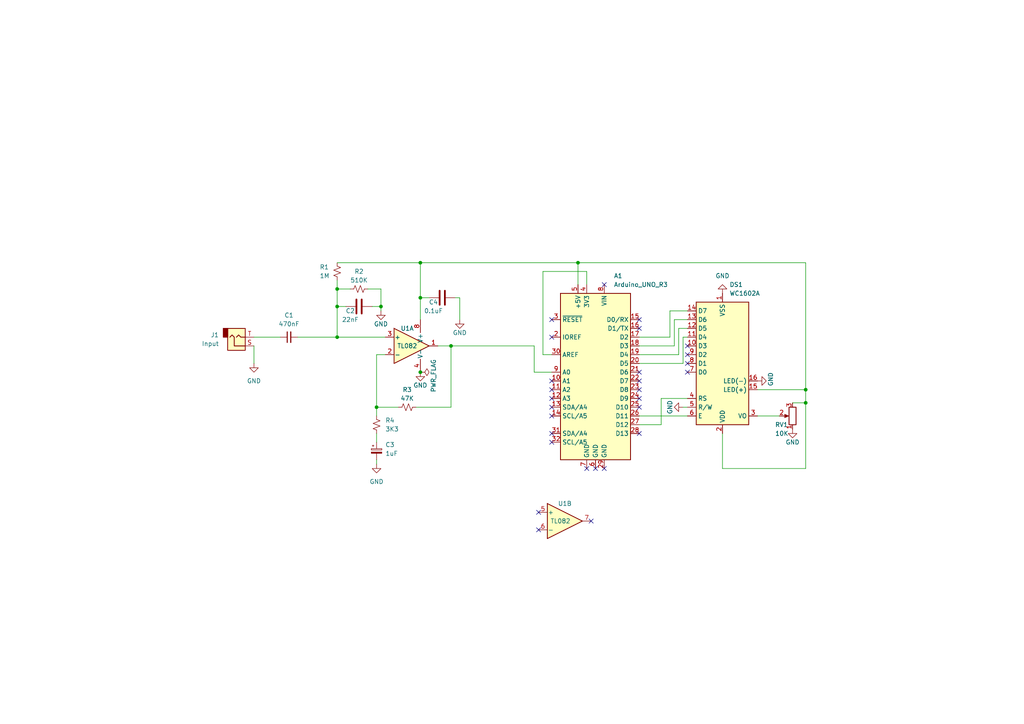
<source format=kicad_sch>
(kicad_sch (version 20211123) (generator eeschema)
  (paper "A4")
  (title_block (title "Finus") (date "2022-12-08") (rev "1") (company "Beseta") (comment 1 "Designed by Emilio Bernal") (comment 2 "Arduino Version"))
  (lib_symbols
    (symbol "Amplifier_Operational:TL082" (pin_names (offset 0.127))
      (property "Reference" "U" (at 0 5.08 0))
      (property "Value" "TL082" (at 0 -5.08 0))
      (property "Spice_Primitive" "X" (at 0 5.08 0))
      (property "Spice_Model" "TL082" (at 0 5.08 0))
      (property "Spice_Netlist_Enabled" "Y" (at 0 5.08 0))
      (property "Spice_Lib_File" "/Users/ebernal/Documents/KiCad Models/TL082.301" (at 0 5.08 0))
      (symbol "TL082_1_1"
        (polyline (pts (xy -5.08 5.08) (xy 5.08 0) (xy -5.08 -5.08) (xy -5.08 5.08)) (stroke (width 0.254)) (fill (type background)))
        (pin output line (at 7.62 0 180) (length 2.54) (name "~") (number "1"))
        (pin input line (at -7.62 -2.54 0) (length 2.54) (name "-") (number "2"))
        (pin input line (at -7.62 2.54 0) (length 2.54) (name "+") (number "3"))
      )
      (symbol "TL082_2_1"
        (polyline (pts (xy -5.08 5.08) (xy 5.08 0) (xy -5.08 -5.08) (xy -5.08 5.08)) (stroke (width 0.254)) (fill (type background)))
        (pin input line (at -7.62 2.54 0) (length 2.54) (name "+") (number "5"))
        (pin input line (at -7.62 -2.54 0) (length 2.54) (name "-") (number "6"))
        (pin output line (at 7.62 0 180) (length 2.54) (name "~") (number "7"))
      )
      (symbol "TL082_3_1"
        (pin power_in line (at -2.54 -7.62 90) (length 3.81) (name "V-") (number "4"))
        (pin power_in line (at -2.54 7.62 270) (length 3.81) (name "V+") (number "8"))
      )
    )
    (symbol "Connector:AudioJack2"
      (property "Reference" "J" (at 0 8.89 0))
      (property "Value" "AudioJack2" (at 0 6.35 0))
      (symbol "AudioJack2_0_1"
        (rectangle (start -3.81 0) (end -2.54 -2.54) (stroke (width 0.254)) (fill (type outline)))
        (rectangle (start -2.54 3.81) (end 2.54 -2.54) (stroke (width 0.254)) (fill (type background)))
        (polyline (pts (xy 0 0) (xy 0.635 -0.635) (xy 1.27 0) (xy 2.54 0)) (stroke (width 0.254)))
        (polyline (pts (xy 2.54 2.54) (xy -0.635 2.54) (xy -0.635 0) (xy -1.27 -0.635) (xy -1.905 0)) (stroke (width 0.254)))
      )
      (symbol "AudioJack2_1_1"
        (pin passive line (at 5.08 2.54 180) (length 2.54) (name "~") (number "S"))
        (pin passive line (at 5.08 0 180) (length 2.54) (name "~") (number "T"))
      )
    )
    (symbol "Device:C" (pin_numbers hide) (pin_names (offset 0.254))
      (property "Reference" "C" (at 0.635 2.54 0))
      (property "Value" "C" (at 0.635 -2.54 0))
      (symbol "C_0_1"
        (polyline (pts (xy -2.032 -0.762) (xy 2.032 -0.762)) (stroke (width 0.508)))
        (polyline (pts (xy -2.032 0.762) (xy 2.032 0.762)) (stroke (width 0.508)))
      )
      (symbol "C_1_1"
        (pin passive line (at 0 3.81 270) (length 2.794) (name "~") (number "1"))
        (pin passive line (at 0 -3.81 90) (length 2.794) (name "~") (number "2"))
      )
    )
    (symbol "Device:C_Polarized_Small" (pin_numbers hide) (pin_names (offset 0.254) hide)
      (property "Reference" "C" (at 0.254 1.778 0))
      (property "Value" "C_Polarized_Small" (at 0.254 -2.032 0))
      (symbol "C_Polarized_Small_0_1"
        (rectangle (start -1.524 -0.3048) (end 1.524 -0.6858) (fill (type outline)))
        (rectangle (start -1.524 0.6858) (end 1.524 0.3048))
        (polyline (pts (xy -1.27 1.524) (xy -0.762 1.524)))
        (polyline (pts (xy -1.016 1.27) (xy -1.016 1.778)))
      )
      (symbol "C_Polarized_Small_1_1"
        (pin passive line (at 0 2.54 270) (length 1.8542) (name "~") (number "1"))
        (pin passive line (at 0 -2.54 90) (length 1.8542) (name "~") (number "2"))
      )
    )
    (symbol "Device:C_Small" (pin_numbers hide) (pin_names (offset 0.254) hide)
      (property "Reference" "C" (at 0.254 1.778 0))
      (property "Value" "C_Small" (at 0.254 -2.032 0))
      (symbol "C_Small_0_1"
        (polyline (pts (xy -1.524 -0.508) (xy 1.524 -0.508)) (stroke (width 0.3302)))
        (polyline (pts (xy -1.524 0.508) (xy 1.524 0.508)) (stroke (width 0.3048)))
      )
      (symbol "C_Small_1_1"
        (pin passive line (at 0 2.54 270) (length 2.032) (name "~") (number "1"))
        (pin passive line (at 0 -2.54 90) (length 2.032) (name "~") (number "2"))
      )
    )
    (symbol "Device:R_Potentiometer" (pin_names (offset 1.016) hide)
      (property "Reference" "RV" (at -4.445 0 90))
      (property "Value" "R_Potentiometer" (at -2.54 0 90))
      (symbol "R_Potentiometer_0_1"
        (polyline (pts (xy 2.54 0) (xy 1.524 0)))
        (polyline (pts (xy 1.143 0) (xy 2.286 0.508) (xy 2.286 -0.508) (xy 1.143 0)) (fill (type outline)))
        (rectangle (start 1.016 2.54) (end -1.016 -2.54) (stroke (width 0.254)))
      )
      (symbol "R_Potentiometer_1_1"
        (pin passive line (at 0 3.81 270) (length 1.27) (name "1") (number "1"))
        (pin passive line (at 3.81 0 180) (length 1.27) (name "2") (number "2"))
        (pin passive line (at 0 -3.81 90) (length 1.27) (name "3") (number "3"))
      )
    )
    (symbol "Device:R_Small_US" (pin_numbers hide) (pin_names (offset 0.254) hide)
      (property "Reference" "R" (at 0.762 0.508 0))
      (property "Value" "R_Small_US" (at 0.762 -1.016 0))
      (symbol "R_Small_US_1_1"
        (polyline (pts (xy 0 0) (xy 1.016 -0.381) (xy 0 -0.762) (xy -1.016 -1.143) (xy 0 -1.524)))
        (polyline (pts (xy 0 1.524) (xy 1.016 1.143) (xy 0 0.762) (xy -1.016 0.381) (xy 0 0)))
        (pin passive line (at 0 2.54 270) (length 1.016) (name "~") (number "1"))
        (pin passive line (at 0 -2.54 90) (length 1.016) (name "~") (number "2"))
      )
    )
    (symbol "Display_Character:WC1602A"
      (property "Reference" "DS" (at -5.842 19.05 0))
      (property "Value" "WC1602A" (at 5.334 19.05 0))
      (symbol "WC1602A_1_1"
        (rectangle (start -7.62 17.78) (end 7.62 -17.78) (stroke (width 0.254)) (fill (type background)))
        (pin power_in line (at 0 -20.32 90) (length 2.54) (name "VSS") (number "1"))
        (pin input line (at -10.16 -5.08 0) (length 2.54) (name "D3") (number "10"))
        (pin input line (at -10.16 -7.62 0) (length 2.54) (name "D4") (number "11"))
        (pin input line (at -10.16 -10.16 0) (length 2.54) (name "D5") (number "12"))
        (pin input line (at -10.16 -12.7 0) (length 2.54) (name "D6") (number "13"))
        (pin input line (at -10.16 -15.24 0) (length 2.54) (name "D7") (number "14"))
        (pin power_in line (at 10.16 7.62 180) (length 2.54) (name "LED(+)") (number "15"))
        (pin power_in line (at 10.16 5.08 180) (length 2.54) (name "LED(-)") (number "16"))
        (pin power_in line (at 0 20.32 270) (length 2.54) (name "VDD") (number "2"))
        (pin input line (at 10.16 15.24 180) (length 2.54) (name "VO") (number "3"))
        (pin input line (at -10.16 10.16 0) (length 2.54) (name "RS") (number "4"))
        (pin input line (at -10.16 12.7 0) (length 2.54) (name "R/W") (number "5"))
        (pin input line (at -10.16 15.24 0) (length 2.54) (name "E") (number "6"))
        (pin input line (at -10.16 2.54 0) (length 2.54) (name "D0") (number "7"))
        (pin input line (at -10.16 0 0) (length 2.54) (name "D1") (number "8"))
        (pin input line (at -10.16 -2.54 0) (length 2.54) (name "D2") (number "9"))
      )
    )
    (symbol "MCU_Module:Arduino_UNO_R3"
      (property "Reference" "A" (at -10.16 23.495 0))
      (property "Value" "Arduino_UNO_R3" (at 5.08 -26.67 0))
      (symbol "Arduino_UNO_R3_0_1"
        (rectangle (start -10.16 22.86) (end 10.16 -25.4) (stroke (width 0.254)) (fill (type background)))
      )
      (symbol "Arduino_UNO_R3_1_1"
        (pin no_connect line (at -10.16 -20.32 0) (length 2.54) hide (name "NC") (number "1"))
        (pin bidirectional line (at 12.7 -2.54 180) (length 2.54) (name "A1") (number "10"))
        (pin bidirectional line (at 12.7 -5.08 180) (length 2.54) (name "A2") (number "11"))
        (pin bidirectional line (at 12.7 -7.62 180) (length 2.54) (name "A3") (number "12"))
        (pin bidirectional line (at 12.7 -10.16 180) (length 2.54) (name "SDA/A4") (number "13"))
        (pin bidirectional line (at 12.7 -12.7 180) (length 2.54) (name "SCL/A5") (number "14"))
        (pin bidirectional line (at -12.7 15.24 0) (length 2.54) (name "D0/RX") (number "15"))
        (pin bidirectional line (at -12.7 12.7 0) (length 2.54) (name "D1/TX") (number "16"))
        (pin bidirectional line (at -12.7 10.16 0) (length 2.54) (name "D2") (number "17"))
        (pin bidirectional line (at -12.7 7.62 0) (length 2.54) (name "D3") (number "18"))
        (pin bidirectional line (at -12.7 5.08 0) (length 2.54) (name "D4") (number "19"))
        (pin output line (at 12.7 10.16 180) (length 2.54) (name "IOREF") (number "2"))
        (pin bidirectional line (at -12.7 2.54 0) (length 2.54) (name "D5") (number "20"))
        (pin bidirectional line (at -12.7 0 0) (length 2.54) (name "D6") (number "21"))
        (pin bidirectional line (at -12.7 -2.54 0) (length 2.54) (name "D7") (number "22"))
        (pin bidirectional line (at -12.7 -5.08 0) (length 2.54) (name "D8") (number "23"))
        (pin bidirectional line (at -12.7 -7.62 0) (length 2.54) (name "D9") (number "24"))
        (pin bidirectional line (at -12.7 -10.16 0) (length 2.54) (name "D10") (number "25"))
        (pin bidirectional line (at -12.7 -12.7 0) (length 2.54) (name "D11") (number "26"))
        (pin bidirectional line (at -12.7 -15.24 0) (length 2.54) (name "D12") (number "27"))
        (pin bidirectional line (at -12.7 -17.78 0) (length 2.54) (name "D13") (number "28"))
        (pin power_in line (at -2.54 -27.94 90) (length 2.54) (name "GND") (number "29"))
        (pin input line (at 12.7 15.24 180) (length 2.54) (name "~{RESET}") (number "3"))
        (pin input line (at 12.7 5.08 180) (length 2.54) (name "AREF") (number "30"))
        (pin bidirectional line (at 12.7 -17.78 180) (length 2.54) (name "SDA/A4") (number "31"))
        (pin bidirectional line (at 12.7 -20.32 180) (length 2.54) (name "SCL/A5") (number "32"))
        (pin power_out line (at 2.54 25.4 270) (length 2.54) (name "3V3") (number "4"))
        (pin power_out line (at 5.08 25.4 270) (length 2.54) (name "+5V") (number "5"))
        (pin power_in line (at 0 -27.94 90) (length 2.54) (name "GND") (number "6"))
        (pin power_in line (at 2.54 -27.94 90) (length 2.54) (name "GND") (number "7"))
        (pin power_in line (at -2.54 25.4 270) (length 2.54) (name "VIN") (number "8"))
        (pin bidirectional line (at 12.7 0 180) (length 2.54) (name "A0") (number "9"))
      )
    )
    (symbol "power:GND" (power) (pin_names (offset 0))
      (property "Value" "GND" (at 0 -3.81 0))
      (symbol "GND_0_1"
        (polyline (pts (xy 0 0) (xy 0 -1.27) (xy 1.27 -1.27) (xy 0 -2.54) (xy -1.27 -1.27) (xy 0 -1.27)))
      )
      (symbol "GND_1_1"
        (pin power_in line (at 0 0 270) (length 0) hide (name "GND") (number "1"))
      )
    )
    (symbol "power:PWR_FLAG" (power) (pin_numbers hide) (pin_names (offset 0) hide)
      (property "Value" "PWR_FLAG" (at 0 3.81 0))
      (symbol "PWR_FLAG_0_0"
        (pin power_out line (at 0 0 90) (length 0) (name "pwr") (number "1"))
      )
      (symbol "PWR_FLAG_0_1"
        (polyline (pts (xy 0 0) (xy 0 1.27) (xy -1.016 1.905) (xy 0 2.54) (xy 1.016 1.905) (xy 0 1.27)))
      )
    )
  )
  (junction (at 233.68 116.84))
  (junction (at 97.79 88.9))
  (junction (at 233.68 113.03))
  (junction (at 167.64 76.2))
  (junction (at 97.79 97.79))
  (junction (at 121.92 107.95))
  (junction (at 97.79 83.82))
  (junction (at 130.81 100.33))
  (junction (at 121.92 86.36))
  (junction (at 109.22 118.11))
  (junction (at 121.92 76.2))
  (junction (at 110.49 88.9))
  (no_connect (at 175.26 82.55))
  (no_connect (at 185.42 92.71))
  (no_connect (at 185.42 95.25))
  (no_connect (at 185.42 115.57))
  (no_connect (at 185.42 113.03))
  (no_connect (at 185.42 110.49))
  (no_connect (at 185.42 107.95))
  (no_connect (at 171.45 151.13))
  (no_connect (at 156.21 153.67))
  (no_connect (at 156.21 148.59))
  (no_connect (at 199.39 107.95))
  (no_connect (at 199.39 105.41))
  (no_connect (at 199.39 102.87))
  (no_connect (at 199.39 100.33))
  (no_connect (at 160.02 92.71))
  (no_connect (at 160.02 97.79))
  (no_connect (at 160.02 110.49))
  (no_connect (at 172.72 135.89))
  (no_connect (at 175.26 135.89))
  (no_connect (at 185.42 125.73))
  (no_connect (at 160.02 115.57))
  (no_connect (at 160.02 118.11))
  (no_connect (at 160.02 120.65))
  (no_connect (at 160.02 125.73))
  (no_connect (at 160.02 128.27))
  (no_connect (at 160.02 113.03))
  (no_connect (at 185.42 118.11))
  (no_connect (at 170.18 135.89))
  (wire (pts (xy 199.39 95.25) (xy 196.85 95.25)))
  (wire (pts (xy 219.71 113.03) (xy 233.68 113.03)))
  (wire (pts (xy 154.94 100.33) (xy 154.94 107.95)))
  (wire (pts (xy 233.68 113.03) (xy 233.68 76.2)))
  (wire (pts (xy 196.85 95.25) (xy 196.85 102.87)))
  (wire (pts (xy 107.95 88.9) (xy 110.49 88.9)))
  (wire (pts (xy 195.58 92.71) (xy 195.58 100.33)))
  (wire (pts (xy 121.92 86.36) (xy 121.92 92.71)))
  (wire (pts (xy 73.66 100.33) (xy 73.66 105.41)))
  (wire (pts (xy 191.77 115.57) (xy 191.77 123.19)))
  (wire (pts (xy 191.77 123.19) (xy 185.42 123.19)))
  (wire (pts (xy 109.22 125.73) (xy 109.22 128.27)))
  (wire (pts (xy 199.39 118.11) (xy 198.12 118.11)))
  (wire (pts (xy 170.18 78.74) (xy 170.18 82.55)))
  (wire (pts (xy 229.87 116.84) (xy 233.68 116.84)))
  (wire (pts (xy 233.68 135.89) (xy 233.68 116.84)))
  (wire (pts (xy 97.79 83.82) (xy 97.79 88.9)))
  (wire (pts (xy 209.55 125.73) (xy 209.55 135.89)))
  (wire (pts (xy 130.81 100.33) (xy 154.94 100.33)))
  (wire (pts (xy 157.48 102.87) (xy 157.48 78.74)))
  (wire (pts (xy 73.66 97.79) (xy 81.28 97.79)))
  (wire (pts (xy 106.68 83.82) (xy 110.49 83.82)))
  (wire (pts (xy 198.12 97.79) (xy 198.12 105.41)))
  (wire (pts (xy 160.02 102.87) (xy 157.48 102.87)))
  (wire (pts (xy 109.22 118.11) (xy 115.57 118.11)))
  (wire (pts (xy 226.06 120.65) (xy 219.71 120.65)))
  (wire (pts (xy 120.65 118.11) (xy 130.81 118.11)))
  (wire (pts (xy 110.49 88.9) (xy 110.49 90.17)))
  (wire (pts (xy 121.92 86.36) (xy 124.46 86.36)))
  (wire (pts (xy 233.68 116.84) (xy 233.68 113.03)))
  (wire (pts (xy 209.55 135.89) (xy 233.68 135.89)))
  (wire (pts (xy 97.79 88.9) (xy 97.79 97.79)))
  (wire (pts (xy 109.22 102.87) (xy 109.22 118.11)))
  (wire (pts (xy 199.39 97.79) (xy 198.12 97.79)))
  (wire (pts (xy 130.81 118.11) (xy 130.81 100.33)))
  (wire (pts (xy 121.92 76.2) (xy 97.79 76.2)))
  (wire (pts (xy 199.39 90.17) (xy 194.31 90.17)))
  (wire (pts (xy 97.79 88.9) (xy 100.33 88.9)))
  (wire (pts (xy 195.58 100.33) (xy 185.42 100.33)))
  (wire (pts (xy 121.92 76.2) (xy 121.92 86.36)))
  (wire (pts (xy 97.79 83.82) (xy 101.6 83.82)))
  (wire (pts (xy 86.36 97.79) (xy 97.79 97.79)))
  (wire (pts (xy 157.48 78.74) (xy 170.18 78.74)))
  (wire (pts (xy 185.42 105.41) (xy 198.12 105.41)))
  (wire (pts (xy 133.35 86.36) (xy 132.08 86.36)))
  (wire (pts (xy 167.64 82.55) (xy 167.64 76.2)))
  (wire (pts (xy 194.31 97.79) (xy 185.42 97.79)))
  (wire (pts (xy 127 100.33) (xy 130.81 100.33)))
  (wire (pts (xy 109.22 118.11) (xy 109.22 120.65)))
  (wire (pts (xy 194.31 90.17) (xy 194.31 97.79)))
  (wire (pts (xy 167.64 76.2) (xy 121.92 76.2)))
  (wire (pts (xy 110.49 83.82) (xy 110.49 88.9)))
  (wire (pts (xy 196.85 102.87) (xy 185.42 102.87)))
  (wire (pts (xy 111.76 102.87) (xy 109.22 102.87)))
  (wire (pts (xy 133.35 86.36) (xy 133.35 92.71)))
  (wire (pts (xy 97.79 81.28) (xy 97.79 83.82)))
  (wire (pts (xy 109.22 133.35) (xy 109.22 134.62)))
  (wire (pts (xy 233.68 76.2) (xy 167.64 76.2)))
  (wire (pts (xy 199.39 115.57) (xy 191.77 115.57)))
  (wire (pts (xy 97.79 97.79) (xy 111.76 97.79)))
  (wire (pts (xy 185.42 120.65) (xy 199.39 120.65)))
  (wire (pts (xy 199.39 92.71) (xy 195.58 92.71)))
  (wire (pts (xy 154.94 107.95) (xy 160.02 107.95)))
  (symbol (lib_id "power:GND") (at 109.22 134.62 0) (unit 1)
    (property "Reference" "#PWR0104" (effects hide))
    (property "Value" "GND" (at 109.22 139.7 0))
  )
  (symbol (lib_id "Device:R_Small_US") (at 109.22 123.19 0) (unit 1)
    (property "Reference" "R4" (at 111.76 121.9199 0) (effects (justify left)))
    (property "Value" "3K3" (at 111.76 124.4599 0) (effects (justify left)))
  )
  (symbol (lib_id "Display_Character:WC1602A") (at 209.55 105.41 0) (mirror x) (unit 1)
    (property "Reference" "DS1" (at 211.5694 82.55 0) (effects (justify left)))
    (property "Value" "WC1602A" (at 211.5694 85.09 0) (effects (justify left)))
    (property "Footprint" "Display:WC1602A" (effects hide))
    (property "Datasheet" "http://www.wincomlcd.com/pdf/WC1602A-SFYLYHTC06.pdf" (effects hide))
  )
  (symbol (lib_id "MCU_Module:Arduino_UNO_R3") (at 172.72 107.95 0) (mirror y) (unit 1)
    (property "Reference" "A1" (at 178.0287 80.01 0) (effects (justify right)))
    (property "Value" "Arduino_UNO_R3" (at 178.0287 82.55 0) (effects (justify right)))
    (property "Footprint" "Module:Arduino_UNO_R3" (effects hide))
    (property "Datasheet" "https://www.arduino.cc/en/Main/arduinoBoardUno" (effects hide))
  )
  (symbol (lib_id "Device:C") (at 128.27 86.36 270) (unit 1)
    (property "Reference" "C4" (at 125.73 87.63 90))
    (property "Value" "0.1uF" (at 125.73 90.17 90))
  )
  (symbol (lib_id "power:GND") (at 133.35 92.71 0) (unit 1)
    (property "Reference" "#PWR0103" (effects hide))
    (property "Value" "GND" (at 133.35 96.52 0))
  )
  (symbol (lib_id "Device:R_Small_US") (at 104.14 83.82 90) (unit 1)
    (property "Reference" "R2" (at 104.14 78.74 90))
    (property "Value" "510K" (at 104.14 81.28 90))
  )
  (symbol (lib_id "power:GND") (at 229.87 124.46 0) (unit 1)
    (property "Reference" "#PWR0107" (effects hide))
    (property "Value" "GND" (at 229.87 128.27 0))
  )
  (symbol (lib_id "power:GND") (at 209.55 85.09 180) (unit 1)
    (property "Reference" "#PWR0108" (effects hide))
    (property "Value" "GND" (at 209.55 80.01 0))
  )
  (symbol (lib_id "Device:R_Potentiometer") (at 229.87 120.65 180) (unit 1)
    (property "Reference" "RV1" (at 224.79 123.19 0) (effects (justify right)))
    (property "Value" "10K" (at 224.79 125.73 0) (effects (justify right)))
  )
  (symbol (lib_id "Device:R_Small_US") (at 118.11 118.11 90) (unit 1)
    (property "Reference" "R3" (at 118.11 113.03 90))
    (property "Value" "47K" (at 118.11 115.57 90))
  )
  (symbol (lib_id "Amplifier_Operational:TL082") (at 119.38 100.33 0) (unit 1)
    (property "Reference" "U1" (at 118.11 95.25 0))
    (property "Value" "TL082" (at 118.11 100.33 0))
    (property "Datasheet" "http://www.ti.com/lit/ds/symlink/tl081.pdf" (effects hide))
    (property "Spice_Primitive" "X" (effects hide))
    (property "Spice_Model" "TL082" (effects hide))
    (property "Spice_Netlist_Enabled" "Y" (effects hide))
    (property "Spice_Lib_File" "/Users/ebernal/Documents/KiCad Models/TL082.301" (effects hide))
  )
  (symbol (lib_id "Amplifier_Operational:TL082") (at 124.46 100.33 0) (unit 3)
    (property "Reference" "U1" (effects hide))
    (property "Value" "TL082" (effects hide))
    (property "Datasheet" "http://www.ti.com/lit/ds/symlink/tl081.pdf" (effects hide))
    (property "Spice_Primitive" "X" (effects hide))
    (property "Spice_Model" "TL082" (effects hide))
    (property "Spice_Netlist_Enabled" "Y" (effects hide))
    (property "Spice_Lib_File" "/Users/ebernal/Documents/KiCad Models/TL082.301" (effects hide))
  )
  (symbol (lib_id "power:GND") (at 110.49 90.17 0) (unit 1)
    (property "Reference" "#PWR0105" (effects hide))
    (property "Value" "GND" (at 110.49 93.98 0))
  )
  (symbol (lib_id "Device:C_Small") (at 83.82 97.79 90) (unit 1)
    (property "Reference" "C1" (at 83.8263 91.44 90))
    (property "Value" "470nF" (at 83.8263 93.98 90))
  )
  (symbol (lib_id "power:GND") (at 219.71 110.49 90) (unit 1)
    (property "Reference" "#PWR0109" (effects hide))
    (property "Value" "GND" (at 223.52 107.95 0) (effects (justify right)))
  )
  (symbol (lib_id "power:GND") (at 198.12 118.11 270) (unit 1)
    (property "Reference" "#PWR0101" (effects hide))
    (property "Value" "GND" (at 194.31 118.11 0))
  )
  (symbol (lib_id "power:GND") (at 121.92 107.95 0) (unit 1)
    (property "Reference" "#PWR0102" (effects hide))
    (property "Value" "GND" (at 121.92 111.76 0))
  )
  (symbol (lib_id "power:GND") (at 73.66 105.41 0) (unit 1)
    (property "Reference" "#PWR0106" (effects hide))
    (property "Value" "GND" (at 73.66 110.49 0))
  )
  (symbol (lib_id "Device:R_Small_US") (at 97.79 78.74 0) (unit 1)
    (property "Reference" "R1" (at 92.71 77.47 0) (effects (justify left)))
    (property "Value" "1M" (at 92.71 80.01 0) (effects (justify left)))
  )
  (symbol (lib_id "Device:C_Polarized_Small") (at 109.22 130.81 0) (unit 1)
    (property "Reference" "C3" (at 111.76 128.9938 0) (effects (justify left)))
    (property "Value" "1uF" (at 111.76 131.5338 0) (effects (justify left)))
  )
  (symbol (lib_id "Amplifier_Operational:TL082") (at 163.83 151.13 0) (unit 2)
    (property "Reference" "U1" (at 163.83 146.05 0))
    (property "Value" "TL082" (at 162.56 151.13 0))
    (property "Datasheet" "http://www.ti.com/lit/ds/symlink/tl081.pdf" (effects hide))
    (property "Spice_Primitive" "X" (effects hide))
    (property "Spice_Model" "TL082" (effects hide))
    (property "Spice_Netlist_Enabled" "Y" (effects hide))
    (property "Spice_Lib_File" "/Users/ebernal/Documents/KiCad Models/TL082.301" (effects hide))
  )
  (symbol (lib_id "Connector:AudioJack2") (at 68.58 97.79 0) (mirror x) (unit 1)
    (property "Reference" "J1" (at 63.5 97.1549 0) (effects (justify right)))
    (property "Value" "Input" (at 63.5 99.6949 0) (effects (justify right)))
  )
  (symbol (lib_id "Device:C") (at 104.14 88.9 270) (unit 1)
    (property "Reference" "C2" (at 101.6 90.17 90))
    (property "Value" "22nF" (at 101.6 92.71 90))
  )
  (symbol (lib_id "power:PWR_FLAG") (at 121.92 107.95 270) (unit 1)
    (property "Reference" "#FLG0101" (effects hide))
    (property "Value" "PWR_FLAG" (at 125.73 104.14 0) (effects (justify left)))
  )
)
</source>
